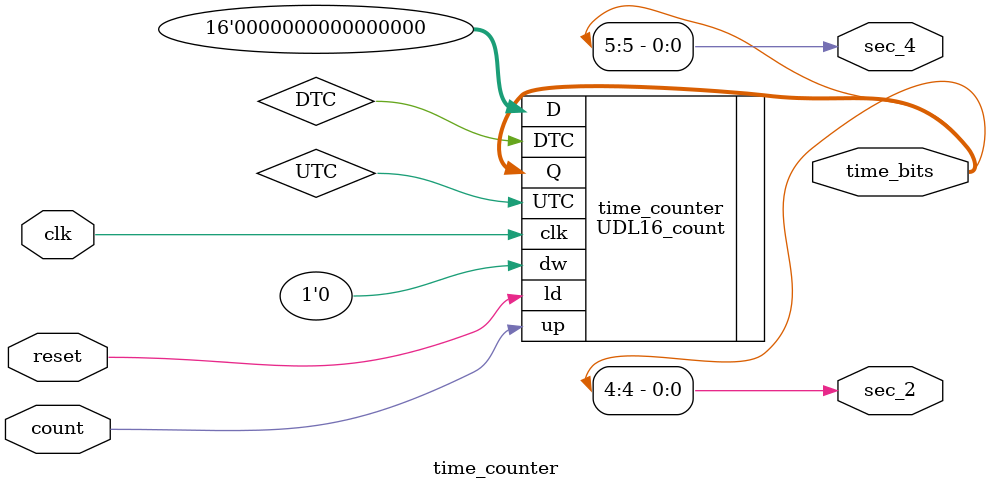
<source format=v>
`timescale 1ns / 1ps


module time_counter(
    input clk,
    input count,
    input reset,
    output [15:0] time_bits,
    output sec_2,
    output sec_4
    );
    
    //declare wires to hold TC's
    wire UTC, DTC;
    
    //call insatance of 16 bit counter
    UDL16_count time_counter(.D({16{1'b0}}),.up(count),.dw(1'b0),.ld(reset),.clk(clk),.Q(time_bits),.UTC(UTC),.DTC(DTC));

    //assign secs
    assign sec_2  = time_bits[4];
    assign sec_4 = time_bits[5];
    
    
    
endmodule

</source>
